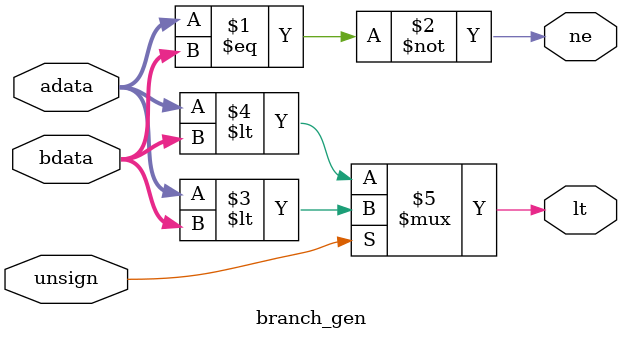
<source format=sv>
`timescale 1ns / 1ps


module branch_gen(  input int adata, bdata,
                    input logic unsign,
                    output logic lt, ne);//lessthan and not equal
    
    assign #1ps ne = ~(adata == bdata);
    
    assign #1ps lt = unsign ? $unsigned(adata) < $unsigned(bdata) : $signed(adata) < $signed(bdata);
    

endmodule
</source>
